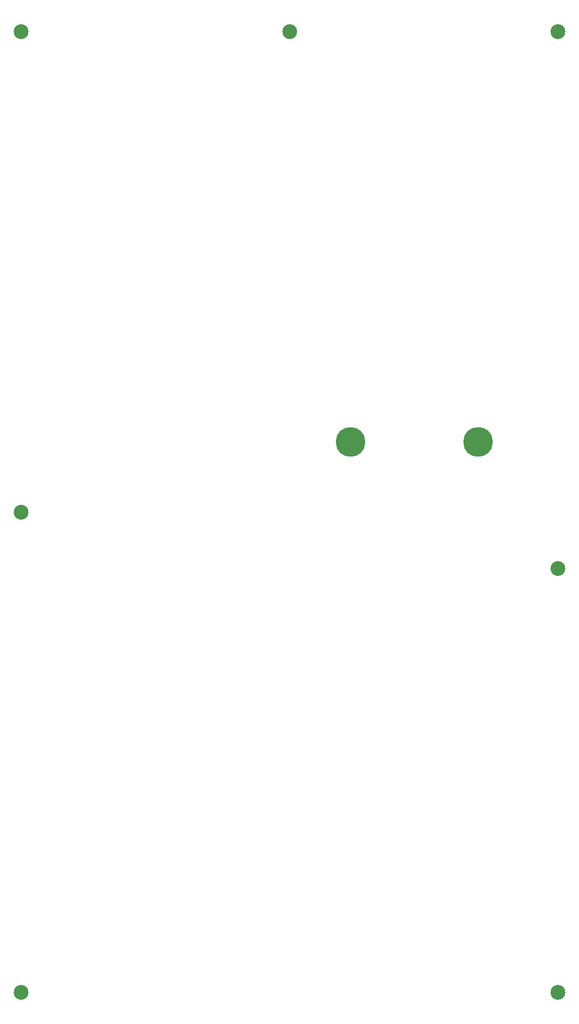
<source format=gbr>
%TF.GenerationSoftware,KiCad,Pcbnew,8.0.2*%
%TF.CreationDate,2024-05-14T20:53:49+07:00*%
%TF.ProjectId,HW.ACIM-PSU,48572e41-4349-44d2-9d50-53552e6b6963,0.0*%
%TF.SameCoordinates,Original*%
%TF.FileFunction,NonPlated,1,4,NPTH,Drill*%
%TF.FilePolarity,Positive*%
%FSLAX46Y46*%
G04 Gerber Fmt 4.6, Leading zero omitted, Abs format (unit mm)*
G04 Created by KiCad (PCBNEW 8.0.2) date 2024-05-14 20:53:49*
%MOMM*%
%LPD*%
G01*
G04 APERTURE LIST*
%TA.AperFunction,ComponentDrill*%
%ADD10C,2.500000*%
%TD*%
%TA.AperFunction,ComponentDrill*%
%ADD11C,5.000000*%
%TD*%
G04 APERTURE END LIST*
D10*
%TO.C,*%
X23117000Y-71734100D03*
X23117000Y-152684000D03*
X23117001Y-233634099D03*
X68367000Y-71734100D03*
X113617000Y-71734100D03*
X113617000Y-162233900D03*
X113617000Y-233634100D03*
D11*
%TO.C,Q3*%
X78667099Y-140839200D03*
%TO.C,Q6*%
X100167100Y-140839200D03*
M02*

</source>
